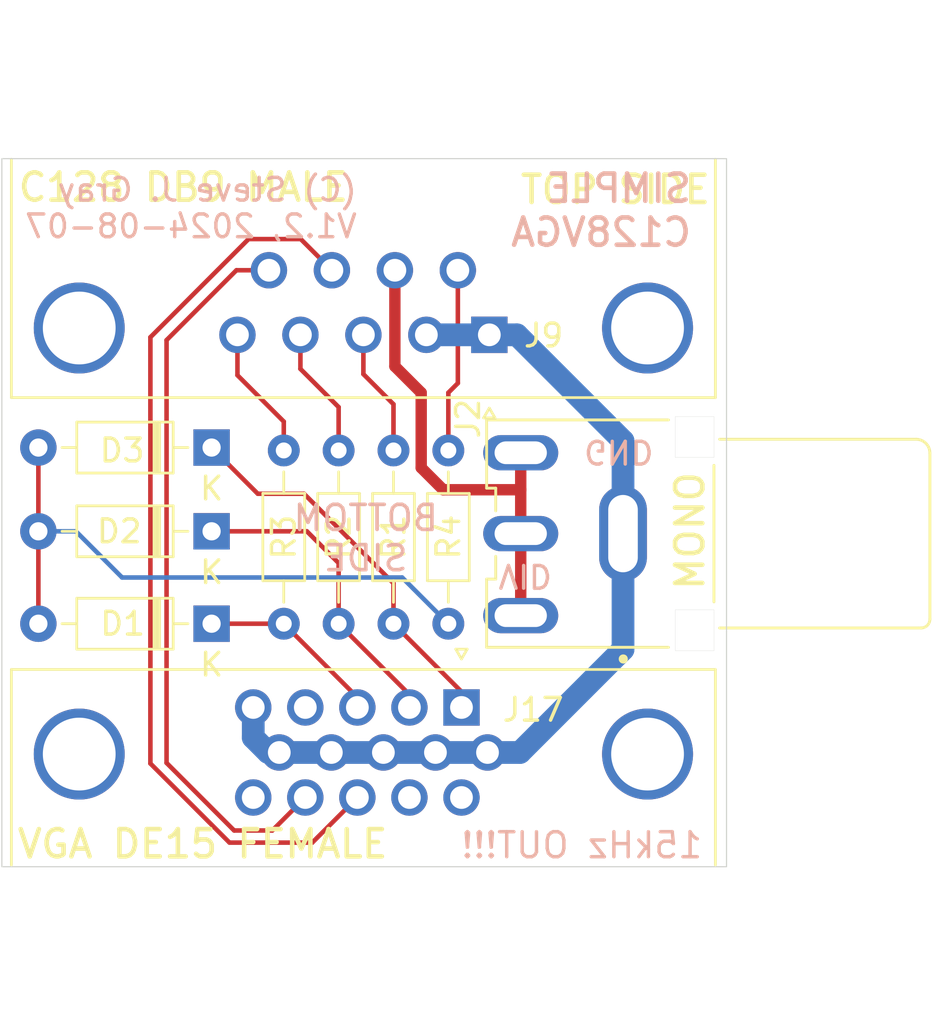
<source format=kicad_pcb>
(kicad_pcb (version 20240108) (generator "pcbnew") (generator_version "8.0")
  (title_block (title "Extron VGA") (date "2024-06-29") (rev "1.0") (company "Steve J. Gray"))
  (layers (0 "F.Cu" signal) (31 "B.Cu" signal) (34 "B.Paste" user) (35 "F.Paste" user) (36 "B.SilkS" user "B.Silkscreen") (37 "F.SilkS" user "F.Silkscreen") (38 "B.Mask" user) (39 "F.Mask" user) (44 "Edge.Cuts" user))
  (net 0 "")
  (net 1 "Net-(D1-A)")
  (net 3 "H")
  (net 4 "V")
  (net 6 "GND")
  (net 7 "B")
  (net 8 "G")
  (net 9 "RED")
  (net 10 "INT")
  (net 11 "BLUE")
  (net 12 "MONO")
  (net 13 "GREEN")
  (net 16 "R")
  (footprint "Resistor_THT:R_Axial_DIN0204_L3.6mm_D1.6mm_P7.62mm_Horizontal" (layer "F.Cu") (at 244.221 84.201 -90)
    (property "Reference" "R1" (at 3.81 0 90) (layer "F.SilkS"))
    (property "Value" "R" (hide yes))
    (fp_line (start 1.89 0.92) (end 5.73 0.92) (stroke (width 0.12)) (layer "F.SilkS"))
    (fp_line (start 5.73 0.92) (end 5.73 -0.92) (stroke (width 0.12)) (layer "F.SilkS"))
    (fp_line (start 0.939999 0) (end 1.89 0) (stroke (width 0.12)) (layer "F.SilkS"))
    (fp_line (start 6.68 0) (end 5.73 0) (stroke (width 0.12)) (layer "F.SilkS"))
    (fp_line (start 1.89 -0.92) (end 1.89 0.92) (stroke (width 0.12)) (layer "F.SilkS"))
    (fp_line (start 5.73 -0.92) (end 1.89 -0.92) (stroke (width 0.12)) (layer "F.SilkS"))
    (pad "1" thru_hole circle (at 0 0 270) (size 1.4 1.4) (drill 0.7) (layers "*.Cu" "*.Mask") (net 9 "RED"))
    (pad "2" thru_hole oval (at 7.62 0 270) (size 1.4 1.4) (drill 0.7) (layers "*.Cu" "*.Mask") (net 16 "R"))
  )
  (footprint "Connector_Dsub:DSUB-9_Male_Horizontal_P2.77x2.84mm_EdgePinOffset4.94mm_Housed_MountingHolesOffset7.48mm" (layer "F.Cu") (at 248.437 79.1162 180)
    (property "Reference" "J9" (at -2.388 -0.0302 180) (layer "F.SilkS"))
    (property "Value" "RGBI")
    (fp_line (start 21.025 -2.76) (end 21.025 7.72) (stroke (width 0.12)) (layer "F.SilkS"))
    (fp_line (start 0.25 -3.654338) (end 0 -3.221325) (stroke (width 0.12)) (layer "F.SilkS"))
    (fp_line (start 0 -3.221325) (end -0.25 -3.654338) (stroke (width 0.12)) (layer "F.SilkS"))
    (fp_line (start -0.25 -3.654338) (end 0.25 -3.654338) (stroke (width 0.12)) (layer "F.SilkS"))
    (fp_line (start -9.945 7.72) (end -9.945 -2.76) (stroke (width 0.12)) (layer "F.SilkS"))
    (fp_line (start -9.945 -2.76) (end 21.025 -2.76) (stroke (width 0.12)) (layer "F.SilkS"))
    (pad "0" thru_hole circle (at -6.96 0.3 180) (size 4 4) (drill 3.2) (layers "*.Cu" "*.Mask"))
    (pad "0" thru_hole circle (at 18.04 0.3 180) (size 4 4) (drill 3.2) (layers "*.Cu" "*.Mask"))
    (pad "1" thru_hole rect (at 0 0 180) (size 1.6 1.6) (drill 1) (layers "*.Cu" "*.Mask") (net 6 "GND"))
    (pad "2" thru_hole circle (at 2.77 0 180) (size 1.6 1.6) (drill 1) (layers "*.Cu" "*.Mask") (net 6 "GND"))
    (pad "3" thru_hole circle (at 5.54 0 180) (size 1.6 1.6) (drill 1) (layers "*.Cu" "*.Mask") (net 9 "RED"))
    (pad "4" thru_hole circle (at 8.31 0 180) (size 1.6 1.6) (drill 1) (layers "*.Cu" "*.Mask") (net 13 "GREEN"))
    (pad "5" thru_hole circle (at 11.08 0 180) (size 1.6 1.6) (drill 1) (layers "*.Cu" "*.Mask") (net 11 "BLUE"))
    (pad "6" thru_hole circle (at 1.385 2.84 180) (size 1.6 1.6) (drill 1) (layers "*.Cu" "*.Mask") (net 10 "INT"))
    (pad "7" thru_hole circle (at 4.155 2.84 180) (size 1.6 1.6) (drill 1) (layers "*.Cu" "*.Mask") (net 12 "MONO"))
    (pad "8" thru_hole circle (at 6.925 2.84 180) (size 1.6 1.6) (drill 1) (layers "*.Cu" "*.Mask") (net 3 "H"))
    (pad "9" thru_hole circle (at 9.695 2.84 180) (size 1.6 1.6) (drill 1) (layers "*.Cu" "*.Mask") (net 4 "V"))
  )
  (footprint "_Libs:RCA-custom" (layer "F.Cu") (at 258.318 87.8586)
    (property "Reference" "J2" (at -10.8204 -5.0546 90) (layer "F.SilkS") (effects (font (size 1.008205 1.008205))))
    (property "Value" "RCA")
    (fp_line (start -10 -5) (end -2 -4.999999) (stroke (width 0.127)) (layer "F.SilkS"))
    (fp_line (start -10 -2) (end -10 -5) (stroke (width 0.127)) (layer "F.SilkS"))
    (fp_line (start -10 2) (end -9.600001 2) (stroke (width 0.127)) (layer "F.SilkS"))
    (fp_line (start -10 5) (end -10 2) (stroke (width 0.127)) (layer "F.SilkS"))
    (fp_line (start -10 5) (end -2 4.999999) (stroke (width 0.127)) (layer "F.SilkS"))
    (fp_line (start -9.600001 -2) (end -10 -2) (stroke (width 0.127)) (layer "F.SilkS"))
    (fp_line (start -9.600001 2) (end -9.6 1) (stroke (width 0.127)) (layer "F.SilkS"))
    (fp_line (start -9.6 -1) (end -9.600001 -2) (stroke (width 0.127)) (layer "F.SilkS"))
    (fp_line (start 0 3) (end 0 -3) (stroke (width 0.127)) (layer "F.SilkS"))
    (fp_line (start 0.25 -4.15) (end 8.89 -4.15) (stroke (width 0.127)) (layer "F.SilkS"))
    (fp_line (start 9.11 4.15) (end 0.25 4.15) (stroke (width 0.127)) (layer "F.SilkS"))
    (fp_line (start 9.499999 -3.54) (end 9.5 3.76) (stroke (width 0.127)) (layer "F.SilkS"))
    (fp_arc (start 8.89 -4.15) (mid 9.321335 -3.971335) (end 9.499999 -3.54) (stroke (width 0.127)) (layer "F.SilkS"))
    (fp_arc (start 9.5 3.76) (mid 9.385772 4.035772) (end 9.11 4.15) (stroke (width 0.127)) (layer "F.SilkS"))
    (fp_circle (center -3.99 5.513) (end -3.89 5.513) (stroke (width 0.2)) (fill none) (layer "F.SilkS"))
    (fp_line (start -1.7 -5.149999) (end -1.7 -3.35) (stroke (width 0.01)) (layer "Edge.Cuts"))
    (fp_line (start -1.7 -3.35) (end 0 -3.35) (stroke (width 0.01)) (layer "Edge.Cuts"))
    (fp_line (start -1.7 3.35) (end -1.7 5.149999) (stroke (width 0.01)) (layer "Edge.Cuts"))
    (fp_line (start -1.7 5.149999) (end 0 5.15) (stroke (width 0.01)) (layer "Edge.Cuts"))
    (fp_line (start 0 -5.15) (end -1.7 -5.149999) (stroke (width 0.01)) (layer "Edge.Cuts"))
    (fp_line (start 0 -3.35) (end 0 -5.15) (stroke (width 0.01)) (layer "Edge.Cuts"))
    (fp_line (start 0 3.35) (end -1.7 3.35) (stroke (width 0.01)) (layer "Edge.Cuts"))
    (fp_line (start 0 5.15) (end 0 3.35) (stroke (width 0.01)) (layer "Edge.Cuts"))
    (pad "1" thru_hole oval (at -8.5001 -3.556) (size 3.3 1.55) (drill oval 2.3 1) (layers "*.Cu" "*.Mask") (net 12 "MONO"))
    (pad "1" thru_hole oval (at -8.5001 3.6068) (size 3.3 1.55) (drill oval 2.3 1) (layers "*.Cu" "*.Mask") (net 12 "MONO"))
    (pad "1" thru_hole oval (at -8.500001 0) (size 3.3 1.55) (drill oval 2.3 1) (layers "*.Cu" "*.Mask") (net 12 "MONO"))
    (pad "2" thru_hole oval (at -4 0) (size 2.1 4.2) (drill oval 1.3 3.4) (layers "*.Cu" "*.Mask") (net 6 "GND"))
  )
  (footprint "Diode_THT:D_DO-35_SOD27_P7.62mm_Horizontal" (layer "F.Cu") (at 236.22 84.074 180)
    (property "Reference" "D3" (at 3.937 -0.127 0) (layer "F.SilkS"))
    (property "Value" "D")
    (fp_line (start 6.580001 0) (end 5.93 0) (stroke (width 0.12)) (layer "F.SilkS"))
    (fp_line (start 5.93 1.12) (end 5.93 -1.12) (stroke (width 0.12)) (layer "F.SilkS"))
    (fp_line (start 5.93 -1.12) (end 1.69 -1.12) (stroke (width 0.12)) (layer "F.SilkS"))
    (fp_line (start 2.53 -1.12) (end 2.53 1.12) (stroke (width 0.12)) (layer "F.SilkS"))
    (fp_line (start 2.41 -1.12) (end 2.41 1.12) (stroke (width 0.12)) (layer "F.SilkS"))
    (fp_line (start 2.29 -1.12) (end 2.29 1.12) (stroke (width 0.12)) (layer "F.SilkS"))
    (fp_line (start 1.69 1.12) (end 5.93 1.12) (stroke (width 0.12)) (layer "F.SilkS"))
    (fp_line (start 1.69 -1.12) (end 1.69 1.12) (stroke (width 0.12)) (layer "F.SilkS"))
    (fp_line (start 1.04 0) (end 1.689999 0) (stroke (width 0.12)) (layer "F.SilkS"))
    (fp_text user "K" (at 0 -1.8 0) (layer "F.SilkS"))
    (pad "1" thru_hole rect (at 0 0 180) (size 1.6 1.6) (drill 0.8) (layers "*.Cu" "*.Mask") (net 16 "R"))
    (pad "2" thru_hole oval (at 7.62 0 180) (size 1.6 1.6) (drill 0.8) (layers "*.Cu" "*.Mask") (net 1 "Net-(D1-A)"))
  )
  (footprint "Resistor_THT:R_Axial_DIN0204_L3.6mm_D1.6mm_P7.62mm_Horizontal" (layer "F.Cu") (at 241.808 84.201 -90)
    (property "Reference" "R2" (at 3.81 0 90) (layer "F.SilkS"))
    (property "Value" "R" (hide yes))
    (fp_line (start 1.89 0.92) (end 5.73 0.92) (stroke (width 0.12)) (layer "F.SilkS"))
    (fp_line (start 5.73 0.92) (end 5.73 -0.92) (stroke (width 0.12)) (layer "F.SilkS"))
    (fp_line (start 0.939999 0) (end 1.89 0) (stroke (width 0.12)) (layer "F.SilkS"))
    (fp_line (start 6.68 0) (end 5.73 0) (stroke (width 0.12)) (layer "F.SilkS"))
    (fp_line (start 1.89 -0.92) (end 1.89 0.92) (stroke (width 0.12)) (layer "F.SilkS"))
    (fp_line (start 5.73 -0.92) (end 1.89 -0.92) (stroke (width 0.12)) (layer "F.SilkS"))
    (pad "1" thru_hole circle (at 0 0 270) (size 1.4 1.4) (drill 0.7) (layers "*.Cu" "*.Mask") (net 13 "GREEN"))
    (pad "2" thru_hole oval (at 7.62 0 270) (size 1.4 1.4) (drill 0.7) (layers "*.Cu" "*.Mask") (net 8 "G"))
  )
  (footprint "Resistor_THT:R_Axial_DIN0204_L3.6mm_D1.6mm_P7.62mm_Horizontal" (layer "F.Cu") (at 239.395 84.201 -90)
    (property "Reference" "R3" (at 3.81 0 90) (layer "F.SilkS"))
    (property "Value" "R" (hide yes))
    (fp_line (start 1.89 0.92) (end 5.73 0.92) (stroke (width 0.12)) (layer "F.SilkS"))
    (fp_line (start 5.73 0.92) (end 5.73 -0.92) (stroke (width 0.12)) (layer "F.SilkS"))
    (fp_line (start 0.939999 0) (end 1.89 0) (stroke (width 0.12)) (layer "F.SilkS"))
    (fp_line (start 6.68 0) (end 5.73 0) (stroke (width 0.12)) (layer "F.SilkS"))
    (fp_line (start 1.89 -0.92) (end 1.89 0.92) (stroke (width 0.12)) (layer "F.SilkS"))
    (fp_line (start 5.73 -0.92) (end 1.89 -0.92) (stroke (width 0.12)) (layer "F.SilkS"))
    (pad "1" thru_hole circle (at 0 0 270) (size 1.4 1.4) (drill 0.7) (layers "*.Cu" "*.Mask") (net 11 "BLUE"))
    (pad "2" thru_hole oval (at 7.62 0 270) (size 1.4 1.4) (drill 0.7) (layers "*.Cu" "*.Mask") (net 7 "B"))
  )
  (footprint "Resistor_THT:R_Axial_DIN0204_L3.6mm_D1.6mm_P7.62mm_Horizontal" (layer "F.Cu") (at 246.634 84.201 -90)
    (property "Reference" "R4" (at 3.81 0 90) (layer "F.SilkS"))
    (property "Value" "R" (hide yes))
    (fp_line (start 1.89 0.92) (end 5.73 0.92) (stroke (width 0.12)) (layer "F.SilkS"))
    (fp_line (start 5.73 0.92) (end 5.73 -0.92) (stroke (width 0.12)) (layer "F.SilkS"))
    (fp_line (start 0.939999 0) (end 1.89 0) (stroke (width 0.12)) (layer "F.SilkS"))
    (fp_line (start 6.68 0) (end 5.73 0) (stroke (width 0.12)) (layer "F.SilkS"))
    (fp_line (start 1.89 -0.92) (end 1.89 0.92) (stroke (width 0.12)) (layer "F.SilkS"))
    (fp_line (start 5.73 -0.92) (end 1.89 -0.92) (stroke (width 0.12)) (layer "F.SilkS"))
    (pad "1" thru_hole circle (at 0 0 270) (size 1.4 1.4) (drill 0.7) (layers "*.Cu" "*.Mask") (net 10 "INT"))
    (pad "2" thru_hole oval (at 7.62 0 270) (size 1.4 1.4) (drill 0.7) (layers "*.Cu" "*.Mask") (net 1 "Net-(D1-A)"))
  )
  (footprint "Connector_Dsub:DSUB-15-HD_Female_Horizontal_P2.29x1.98mm_EdgePinOffset3.03mm_Housed_MountingHolesOffset4.94mm" (layer "F.Cu") (at 247.212 95.504)
    (property "Reference" "J17" (at 3.1558 0.1016 0) (layer "F.SilkS"))
    (property "Value" "VGA")
    (fp_line (start -19.8 -1.67) (end 11.17 -1.67) (stroke (width 0.12)) (layer "F.SilkS"))
    (fp_line (start -19.8 6.93) (end -19.8 -1.67) (stroke (width 0.12)) (layer "F.SilkS"))
    (fp_line (start -0.25 -2.564338) (end 0.25 -2.564338) (stroke (width 0.12)) (layer "F.SilkS"))
    (fp_line (start 0 -2.131325) (end -0.25 -2.564338) (stroke (width 0.12)) (layer "F.SilkS"))
    (fp_line (start 0.25 -2.564338) (end 0 -2.131325) (stroke (width 0.12)) (layer "F.SilkS"))
    (fp_line (start 11.17 -1.67) (end 11.17 6.93) (stroke (width 0.12)) (layer "F.SilkS"))
    (pad "0" thru_hole circle (at -16.815 2.05) (size 4 4) (drill 3.2) (layers "*.Cu" "*.Mask"))
    (pad "0" thru_hole circle (at 8.185 2.05) (size 4 4) (drill 3.2) (layers "*.Cu" "*.Mask"))
    (pad "1" thru_hole rect (at 0 0) (size 1.6 1.6) (drill 1) (layers "*.Cu" "*.Mask") (net 16 "R"))
    (pad "2" thru_hole circle (at -2.29 0) (size 1.6 1.6) (drill 1) (layers "*.Cu" "*.Mask") (net 8 "G"))
    (pad "3" thru_hole circle (at -4.58 0) (size 1.6 1.6) (drill 1) (layers "*.Cu" "*.Mask") (net 7 "B"))
    (pad "4" thru_hole circle (at -6.87 0) (size 1.6 1.6) (drill 1) (layers "*.Cu" "*.Mask"))
    (pad "5" thru_hole circle (at -9.16 0) (size 1.6 1.6) (drill 1) (layers "*.Cu" "*.Mask") (net 6 "GND"))
    (pad "6" thru_hole circle (at 1.145 1.98) (size 1.6 1.6) (drill 1) (layers "*.Cu" "*.Mask") (net 6 "GND"))
    (pad "7" thru_hole circle (at -1.145 1.98) (size 1.6 1.6) (drill 1) (layers "*.Cu" "*.Mask") (net 6 "GND"))
    (pad "8" thru_hole circle (at -3.435 1.98) (size 1.6 1.6) (drill 1) (layers "*.Cu" "*.Mask") (net 6 "GND"))
    (pad "9" thru_hole circle (at -5.725 1.98) (size 1.6 1.6) (drill 1) (layers "*.Cu" "*.Mask") (net 6 "GND"))
    (pad "10" thru_hole circle (at -8.015 1.98) (size 1.6 1.6) (drill 1) (layers "*.Cu" "*.Mask") (net 6 "GND"))
    (pad "11" thru_hole circle (at 0 3.96) (size 1.6 1.6) (drill 1) (layers "*.Cu" "*.Mask"))
    (pad "12" thru_hole circle (at -2.29 3.96) (size 1.6 1.6) (drill 1) (layers "*.Cu" "*.Mask"))
    (pad "13" thru_hole circle (at -4.58 3.96) (size 1.6 1.6) (drill 1) (layers "*.Cu" "*.Mask") (net 3 "H"))
    (pad "14" thru_hole circle (at -6.87 3.96) (size 1.6 1.6) (drill 1) (layers "*.Cu" "*.Mask") (net 4 "V"))
    (pad "15" thru_hole circle (at -9.16 3.96) (size 1.6 1.6) (drill 1) (layers "*.Cu" "*.Mask"))
  )
  (footprint "Diode_THT:D_DO-35_SOD27_P7.62mm_Horizontal" (layer "F.Cu") (at 236.22 87.757 180)
    (property "Reference" "D2" (at 4.064 0 180) (layer "F.SilkS"))
    (property "Value" "D")
    (fp_line (start 6.58 0) (end 5.93 0) (stroke (width 0.12)) (layer "F.SilkS"))
    (fp_line (start 5.93 1.12) (end 5.93 -1.12) (stroke (width 0.12)) (layer "F.SilkS"))
    (fp_line (start 5.93 -1.12) (end 1.69 -1.12) (stroke (width 0.12)) (layer "F.SilkS"))
    (fp_line (start 2.53 -1.12) (end 2.53 1.12) (stroke (width 0.12)) (layer "F.SilkS"))
    (fp_line (start 2.41 -1.12) (end 2.41 1.12) (stroke (width 0.12)) (layer "F.SilkS"))
    (fp_line (start 2.29 -1.12) (end 2.29 1.12) (stroke (width 0.12)) (layer "F.SilkS"))
    (fp_line (start 1.69 1.12) (end 5.93 1.12) (stroke (width 0.12)) (layer "F.SilkS"))
    (fp_line (start 1.69 -1.12) (end 1.69 1.12) (stroke (width 0.12)) (layer "F.SilkS"))
    (fp_line (start 1.04 0) (end 1.69 0) (stroke (width 0.12)) (layer "F.SilkS"))
    (fp_text user "K" (at 0 -1.8 180) (layer "F.SilkS"))
    (pad "1" thru_hole rect (at 0 0 180) (size 1.6 1.6) (drill 0.8) (layers "*.Cu" "*.Mask") (net 8 "G"))
    (pad "2" thru_hole oval (at 7.62 0 180) (size 1.6 1.6) (drill 0.8) (layers "*.Cu" "*.Mask") (net 1 "Net-(D1-A)"))
  )
  (footprint "Diode_THT:D_DO-35_SOD27_P7.62mm_Horizontal" (layer "F.Cu") (at 236.22 91.821 180)
    (property "Reference" "D1" (at 3.9116 0 0) (layer "F.SilkS"))
    (property "Value" "D")
    (fp_line (start 6.580001 0) (end 5.93 0) (stroke (width 0.12)) (layer "F.SilkS"))
    (fp_line (start 5.93 1.12) (end 5.93 -1.12) (stroke (width 0.12)) (layer "F.SilkS"))
    (fp_line (start 5.93 -1.12) (end 1.69 -1.12) (stroke (width 0.12)) (layer "F.SilkS"))
    (fp_line (start 2.53 -1.12) (end 2.53 1.12) (stroke (width 0.12)) (layer "F.SilkS"))
    (fp_line (start 2.41 -1.12) (end 2.41 1.12) (stroke (width 0.12)) (layer "F.SilkS"))
    (fp_line (start 2.29 -1.12) (end 2.29 1.12) (stroke (width 0.12)) (layer "F.SilkS"))
    (fp_line (start 1.69 1.12) (end 5.93 1.12) (stroke (width 0.12)) (layer "F.SilkS"))
    (fp_line (start 1.69 -1.12) (end 1.69 1.12) (stroke (width 0.12)) (layer "F.SilkS"))
    (fp_line (start 1.04 0) (end 1.689999 0) (stroke (width 0.12)) (layer "F.SilkS"))
    (fp_text user "K" (at 0 -1.8 0) (layer "F.SilkS"))
    (pad "1" thru_hole rect (at 0 0 180) (size 1.6 1.6) (drill 0.8) (layers "*.Cu" "*.Mask") (net 7 "B"))
    (pad "2" thru_hole oval (at 7.62 0 180) (size 1.6 1.6) (drill 0.8) (layers "*.Cu" "*.Mask") (net 1 "Net-(D1-A)"))
  )
  (gr_rect (start 226.9936 71.3681) (end 258.8706 102.5085) (stroke (width 0.05)) (fill none) (layer "Edge.Cuts"))
  (gr_text "SIMPLE\nC128VGA" (at 257.429 75.311 0) (layer "B.SilkS") (effects (font (size 1.2 1.2) (thickness 0.2) (bold yes)) (justify left bottom mirror)))
  (gr_text "15kHz OUT!!!" (at 252.5014 102.2096 0) (layer "B.SilkS") (effects (font (size 1.1 1.1)) (justify bottom mirror)))
  (gr_text "GND" (at 255.7526 83.6676 180) (layer "B.SilkS") (effects (font (size 1 1)) (justify right bottom mirror)))
  (gr_text "(C) Steve J. Gray\nV1.2, 2024-08-07" (at 242.697 74.93 0) (layer "B.SilkS") (effects (font (size 1 1)) (justify left bottom mirror)))
  (gr_text "BOTTOM\nSIDE" (at 243.0018 89.5858 0) (layer "B.SilkS") (effects (font (size 1.1 1.1) (thickness 0.16)) (justify bottom mirror)))
  (gr_text "VID" (at 251.2822 89.1286 180) (layer "B.SilkS") (effects (font (size 1 1)) (justify right bottom mirror)))
  (gr_text "VGA DE15 FEMALE" (at 244.0686 102.2096 0) (layer "F.SilkS") (effects (font (size 1.2 1.2) (thickness 0.2) (bold yes)) (justify right bottom)))
  (gr_text "MONO" (at 257.9624 85.0392 90) (layer "F.SilkS") (effects (font (size 1.2 1.2) (thickness 0.2) (bold yes)) (justify right bottom)))
  (gr_text "TOP SIDE" (at 249.7074 73.4314 -0) (layer "F.SilkS") (effects (font (size 1.2 1.2) (thickness 0.2) (bold yes)) (justify left bottom)))
  (gr_text "C128 DB9 MALE" (at 234.9754 73.3298 0) (layer "F.SilkS") (effects (font (size 1.2 1.2) (thickness 0.2) (bold yes)) (justify bottom)))
  (segment (start 228.6 91.821) (end 228.6 87.757) (width 0.2) (layer "F.Cu") (net 1))
  (segment (start 228.6 87.757) (end 228.6 84.074) (width 0.2) (layer "F.Cu") (net 1))
  (segment (start 232.283 89.789) (end 230.251 87.757) (width 0.2) (layer "B.Cu") (net 1))
  (segment (start 230.251 87.757) (end 228.6 87.757) (width 0.2) (layer "B.Cu") (net 1))
  (segment (start 244.602 89.789) (end 232.283 89.789) (width 0.2) (layer "B.Cu") (net 1))
  (segment (start 246.634 91.821) (end 244.602 89.789) (width 0.2) (layer "B.Cu") (net 1))
  (segment (start 233.5276 79.2226) (end 233.5276 97.9678) (width 0.2) (layer "F.Cu") (net 3))
  (segment (start 233.5276 97.9678) (end 237.0074 101.4476) (width 0.2) (layer "F.Cu") (net 3))
  (segment (start 241.512 76.2762) (end 240.1404 74.9046) (width 0.2) (layer "F.Cu") (net 3))
  (segment (start 237.0074 101.4476) (end 240.6484 101.4476) (width 0.2) (layer "F.Cu") (net 3))
  (segment (start 240.6484 101.4476) (end 242.632 99.464) (width 0.2) (layer "F.Cu") (net 3))
  (segment (start 237.8456 74.9046) (end 233.5276 79.2226) (width 0.2) (layer "F.Cu") (net 3))
  (segment (start 240.1404 74.9046) (end 237.8456 74.9046) (width 0.2) (layer "F.Cu") (net 3))
  (segment (start 237.2106 100.9142) (end 238.8918 100.9142) (width 0.2) (layer "F.Cu") (net 4))
  (segment (start 234.2388 79.3496) (end 234.2388 97.9424) (width 0.2) (layer "F.Cu") (net 4))
  (segment (start 237.3122 76.2762) (end 234.2388 79.3496) (width 0.2) (layer "F.Cu") (net 4))
  (segment (start 238.742 76.2762) (end 237.3122 76.2762) (width 0.2) (layer "F.Cu") (net 4))
  (segment (start 238.8918 100.9142) (end 240.342 99.464) (width 0.2) (layer "F.Cu") (net 4))
  (segment (start 234.2388 97.9424) (end 237.2106 100.9142) (width 0.2) (layer "F.Cu") (net 4))
  (segment (start 254.318 87.8586) (end 254.318 92.9508) (width 1) (layer "B.Cu") (net 6))
  (segment (start 238.052 96.828) (end 238.052 95.504) (width 1) (layer "B.Cu") (net 6))
  (segment (start 246.067 97.484) (end 243.777 97.484) (width 1) (layer "B.Cu") (net 6))
  (segment (start 248.357 97.484) (end 246.067 97.484) (width 1) (layer "B.Cu") (net 6))
  (segment (start 248.437 79.1162) (end 249.6518 79.1162) (width 1) (layer "B.Cu") (net 6))
  (segment (start 239.197 97.484) (end 238.708 97.484) (width 1) (layer "B.Cu") (net 6))
  (segment (start 254.318 83.7824) (end 254.318 87.8586) (width 1) (layer "B.Cu") (net 6))
  (segment (start 248.437 79.1162) (end 245.667 79.1162) (width 1) (layer "B.Cu") (net 6))
  (segment (start 238.708 97.484) (end 238.052 96.828) (width 1) (layer "B.Cu") (net 6))
  (segment (start 249.6518 79.1162) (end 254.318 83.7824) (width 1) (layer "B.Cu") (net 6))
  (segment (start 249.7848 97.484) (end 248.357 97.484) (width 1) (layer "B.Cu") (net 6))
  (segment (start 241.487 97.484) (end 239.197 97.484) (width 1) (layer "B.Cu") (net 6))
  (segment (start 243.777 97.484) (end 241.487 97.484) (width 1) (layer "B.Cu") (net 6))
  (segment (start 254.318 92.9508) (end 249.7848 97.484) (width 1) (layer "B.Cu") (net 6))
  (segment (start 239.395 91.821) (end 242.632 95.058) (width 0.2) (layer "F.Cu") (net 7))
  (segment (start 242.632 95.058) (end 242.632 95.504) (width 0.2) (layer "F.Cu") (net 7))
  (segment (start 236.22 91.821) (end 239.395 91.821) (width 0.2) (layer "F.Cu") (net 7))
  (segment (start 244.922 94.935) (end 244.922 95.504) (width 0.2) (layer "F.Cu") (net 8))
  (segment (start 240.411 87.757) (end 241.808 89.154) (width 0.2) (layer "F.Cu") (net 8))
  (segment (start 236.22 87.757) (end 240.411 87.757) (width 0.2) (layer "F.Cu") (net 8))
  (segment (start 241.808 91.821) (end 244.922 94.935) (width 0.2) (layer "F.Cu") (net 8))
  (segment (start 241.808 89.154) (end 241.808 91.821) (width 0.2) (layer "F.Cu") (net 8))
  (segment (start 242.897 79.1162) (end 242.897 80.845) (width 0.2) (layer "F.Cu") (net 9))
  (segment (start 242.897 80.845) (end 244.221 82.169) (width 0.2) (layer "F.Cu") (net 9))
  (segment (start 244.221 82.169) (end 244.221 84.201) (width 0.2) (layer "F.Cu") (net 9))
  (segment (start 247.052 81.243) (end 246.634 81.661) (width 0.2) (layer "F.Cu") (net 10))
  (segment (start 246.634 81.661) (end 246.634 84.201) (width 0.2) (layer "F.Cu") (net 10))
  (segment (start 247.052 76.2762) (end 247.052 81.243) (width 0.2) (layer "F.Cu") (net 10))
  (segment (start 237.357 80.893) (end 239.395 82.931) (width 0.2) (layer "F.Cu") (net 11))
  (segment (start 237.357 79.1162) (end 237.357 80.893) (width 0.2) (layer "F.Cu") (net 11))
  (segment (start 239.395 82.931) (end 239.395 84.201) (width 0.2) (layer "F.Cu") (net 11))
  (segment (start 249.8179 87.858501) (end 249.817999 87.8586) (width 0.5) (layer "F.Cu") (net 12))
  (segment (start 244.282 80.5028) (end 245.4402 81.661) (width 0.5) (layer "F.Cu") (net 12))
  (segment (start 249.8179 85.9282) (end 249.8179 87.858501) (width 0.5) (layer "F.Cu") (net 12))
  (segment (start 245.4402 84.963) (end 246.4054 85.9282) (width 0.5) (layer "F.Cu") (net 12))
  (segment (start 246.4054 85.9282) (end 249.8179 85.9282) (width 0.5) (layer "F.Cu") (net 12))
  (segment (start 249.817999 91.465301) (end 249.8179 91.4654) (width 0.5) (layer "F.Cu") (net 12))
  (segment (start 249.817999 87.8586) (end 249.817999 91.465301) (width 0.5) (layer "F.Cu") (net 12))
  (segment (start 244.282 76.2762) (end 244.282 80.5028) (width 0.5) (layer "F.Cu") (net 12))
  (segment (start 245.4402 81.661) (end 245.4402 84.963) (width 0.5) (layer "F.Cu") (net 12))
  (segment (start 249.8179 84.3026) (end 249.8179 85.9282) (width 0.5) (layer "F.Cu") (net 12))
  (segment (start 249.817999 91.465301) (end 249.8179 91.4654) (width 1) (layer "B.Cu") (net 12))
  (segment (start 249.8179 87.858501) (end 249.817999 87.8586) (width 1) (layer "B.Cu") (net 12))
  (segment (start 240.127 80.615) (end 241.808 82.296) (width 0.2) (layer "F.Cu") (net 13))
  (segment (start 240.127 79.1162) (end 240.127 80.615) (width 0.2) (layer "F.Cu") (net 13))
  (segment (start 241.808 82.296) (end 241.808 84.201) (width 0.2) (layer "F.Cu") (net 13))
  (segment (start 238.252 86.106) (end 240.284 86.106) (width 0.2) (layer "F.Cu") (net 16))
  (segment (start 244.221 91.821) (end 247.212 94.812) (width 0.2) (layer "F.Cu") (net 16))
  (segment (start 247.212 94.812) (end 247.212 95.504) (width 0.2) (layer "F.Cu") (net 16))
  (segment (start 244.221 90.043) (end 244.221 91.821) (width 0.2) (layer "F.Cu") (net 16))
  (segment (start 236.22 84.074) (end 238.252 86.106) (width 0.2) (layer "F.Cu") (net 16))
  (segment (start 240.284 86.106) (end 244.221 90.043) (width 0.2) (layer "F.Cu") (net 16))
)
</source>
